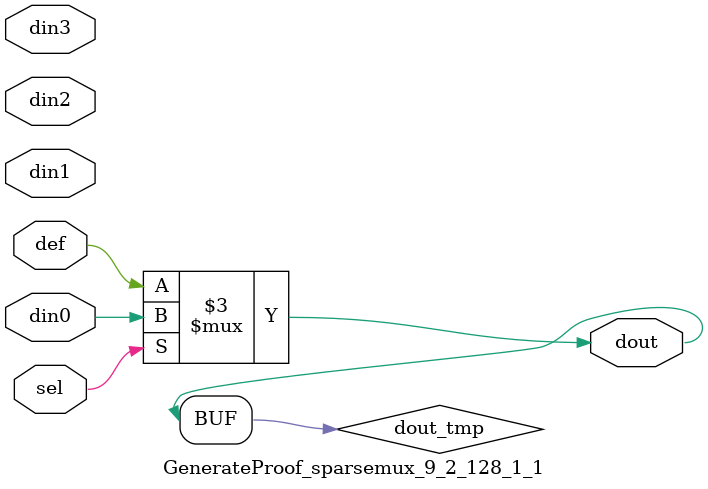
<source format=v>
`timescale 1ns / 1ps

module GenerateProof_sparsemux_9_2_128_1_1 (din0,din1,din2,din3,def,sel,dout);

parameter din0_WIDTH = 1;

parameter din1_WIDTH = 1;

parameter din2_WIDTH = 1;

parameter din3_WIDTH = 1;

parameter def_WIDTH = 1;
parameter sel_WIDTH = 1;
parameter dout_WIDTH = 1;

parameter [sel_WIDTH-1:0] CASE0 = 1;

parameter [sel_WIDTH-1:0] CASE1 = 1;

parameter [sel_WIDTH-1:0] CASE2 = 1;

parameter [sel_WIDTH-1:0] CASE3 = 1;

parameter ID = 1;
parameter NUM_STAGE = 1;



input [din0_WIDTH-1:0] din0;

input [din1_WIDTH-1:0] din1;

input [din2_WIDTH-1:0] din2;

input [din3_WIDTH-1:0] din3;

input [def_WIDTH-1:0] def;
input [sel_WIDTH-1:0] sel;

output [dout_WIDTH-1:0] dout;



reg [dout_WIDTH-1:0] dout_tmp;


always @ (*) begin
(* parallel_case *) case (sel)
    
    CASE0 : dout_tmp = din0;
    
    CASE1 : dout_tmp = din1;
    
    CASE2 : dout_tmp = din2;
    
    CASE3 : dout_tmp = din3;
    
    default : dout_tmp = def;
endcase
end


assign dout = dout_tmp;



endmodule

</source>
